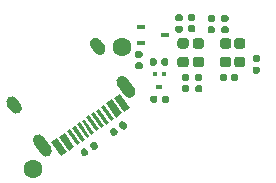
<source format=gbr>
%TF.GenerationSoftware,KiCad,Pcbnew,(5.1.6)-1*%
%TF.CreationDate,2020-12-05T12:07:26+01:00*%
%TF.ProjectId,bose-usb-c,626f7365-2d75-4736-922d-632e6b696361,Rev 1*%
%TF.SameCoordinates,Original*%
%TF.FileFunction,Soldermask,Bot*%
%TF.FilePolarity,Negative*%
%FSLAX46Y46*%
G04 Gerber Fmt 4.6, Leading zero omitted, Abs format (unit mm)*
G04 Created by KiCad (PCBNEW (5.1.6)-1) date 2020-12-05 12:07:26*
%MOMM*%
%LPD*%
G01*
G04 APERTURE LIST*
%ADD10R,0.700000X0.450000*%
%ADD11C,1.600000*%
%ADD12R,0.500000X0.450000*%
%ADD13R,0.400000X0.450000*%
%ADD14C,0.100000*%
G04 APERTURE END LIST*
D10*
%TO.C,D5*%
X79197774Y-60954483D03*
X77197774Y-60304483D03*
X77197774Y-61604483D03*
%TD*%
D11*
%TO.C,H1*%
X68057773Y-72314486D03*
%TD*%
%TO.C,H2*%
X75577773Y-62004487D03*
%TD*%
%TO.C,R13*%
G36*
G01*
X75507369Y-68929263D02*
X75309485Y-68646656D01*
G75*
G02*
X75345707Y-68441228I120825J84603D01*
G01*
X75587357Y-68272023D01*
G75*
G02*
X75792785Y-68308245I84603J-120825D01*
G01*
X75990669Y-68590852D01*
G75*
G02*
X75954447Y-68796280I-120825J-84603D01*
G01*
X75712797Y-68965485D01*
G75*
G02*
X75507369Y-68929263I-84603J120825D01*
G01*
G37*
G36*
G01*
X74712791Y-69485633D02*
X74514907Y-69203026D01*
G75*
G02*
X74551129Y-68997598I120825J84603D01*
G01*
X74792779Y-68828393D01*
G75*
G02*
X74998207Y-68864615I84603J-120825D01*
G01*
X75196091Y-69147222D01*
G75*
G02*
X75159869Y-69352650I-120825J-84603D01*
G01*
X74918219Y-69521855D01*
G75*
G02*
X74712791Y-69485633I-84603J120825D01*
G01*
G37*
%TD*%
%TO.C,R12*%
G36*
G01*
X72526824Y-70582890D02*
X72724708Y-70865497D01*
G75*
G02*
X72688486Y-71070925I-120825J-84603D01*
G01*
X72446836Y-71240130D01*
G75*
G02*
X72241408Y-71203908I-84603J120825D01*
G01*
X72043524Y-70921301D01*
G75*
G02*
X72079746Y-70715873I120825J84603D01*
G01*
X72321396Y-70546668D01*
G75*
G02*
X72526824Y-70582890I84603J-120825D01*
G01*
G37*
G36*
G01*
X73321402Y-70026520D02*
X73519286Y-70309127D01*
G75*
G02*
X73483064Y-70514555I-120825J-84603D01*
G01*
X73241414Y-70683760D01*
G75*
G02*
X73035986Y-70647538I-84603J120825D01*
G01*
X72838102Y-70364931D01*
G75*
G02*
X72874324Y-70159503I120825J84603D01*
G01*
X73115974Y-69990298D01*
G75*
G02*
X73321402Y-70026520I84603J-120825D01*
G01*
G37*
%TD*%
%TO.C,R11*%
G36*
G01*
X77160274Y-62894483D02*
X76815274Y-62894483D01*
G75*
G02*
X76667774Y-62746983I0J147500D01*
G01*
X76667774Y-62451983D01*
G75*
G02*
X76815274Y-62304483I147500J0D01*
G01*
X77160274Y-62304483D01*
G75*
G02*
X77307774Y-62451983I0J-147500D01*
G01*
X77307774Y-62746983D01*
G75*
G02*
X77160274Y-62894483I-147500J0D01*
G01*
G37*
G36*
G01*
X77160274Y-63864483D02*
X76815274Y-63864483D01*
G75*
G02*
X76667774Y-63716983I0J147500D01*
G01*
X76667774Y-63421983D01*
G75*
G02*
X76815274Y-63274483I147500J0D01*
G01*
X77160274Y-63274483D01*
G75*
G02*
X77307774Y-63421983I0J-147500D01*
G01*
X77307774Y-63716983D01*
G75*
G02*
X77160274Y-63864483I-147500J0D01*
G01*
G37*
%TD*%
%TO.C,R10*%
G36*
G01*
X84427771Y-64371985D02*
X84427771Y-64716985D01*
G75*
G02*
X84280271Y-64864485I-147500J0D01*
G01*
X83985271Y-64864485D01*
G75*
G02*
X83837771Y-64716985I0J147500D01*
G01*
X83837771Y-64371985D01*
G75*
G02*
X83985271Y-64224485I147500J0D01*
G01*
X84280271Y-64224485D01*
G75*
G02*
X84427771Y-64371985I0J-147500D01*
G01*
G37*
G36*
G01*
X85397771Y-64371985D02*
X85397771Y-64716985D01*
G75*
G02*
X85250271Y-64864485I-147500J0D01*
G01*
X84955271Y-64864485D01*
G75*
G02*
X84807771Y-64716985I0J147500D01*
G01*
X84807771Y-64371985D01*
G75*
G02*
X84955271Y-64224485I147500J0D01*
G01*
X85250271Y-64224485D01*
G75*
G02*
X85397771Y-64371985I0J-147500D01*
G01*
G37*
%TD*%
%TO.C,R9*%
G36*
G01*
X82945272Y-60224485D02*
X83290272Y-60224485D01*
G75*
G02*
X83437772Y-60371985I0J-147500D01*
G01*
X83437772Y-60666985D01*
G75*
G02*
X83290272Y-60814485I-147500J0D01*
G01*
X82945272Y-60814485D01*
G75*
G02*
X82797772Y-60666985I0J147500D01*
G01*
X82797772Y-60371985D01*
G75*
G02*
X82945272Y-60224485I147500J0D01*
G01*
G37*
G36*
G01*
X82945272Y-59254485D02*
X83290272Y-59254485D01*
G75*
G02*
X83437772Y-59401985I0J-147500D01*
G01*
X83437772Y-59696985D01*
G75*
G02*
X83290272Y-59844485I-147500J0D01*
G01*
X82945272Y-59844485D01*
G75*
G02*
X82797772Y-59696985I0J147500D01*
G01*
X82797772Y-59401985D01*
G75*
G02*
X82945272Y-59254485I147500J0D01*
G01*
G37*
%TD*%
%TO.C,R8*%
G36*
G01*
X80755272Y-65194485D02*
X81100272Y-65194485D01*
G75*
G02*
X81247772Y-65341985I0J-147500D01*
G01*
X81247772Y-65636985D01*
G75*
G02*
X81100272Y-65784485I-147500J0D01*
G01*
X80755272Y-65784485D01*
G75*
G02*
X80607772Y-65636985I0J147500D01*
G01*
X80607772Y-65341985D01*
G75*
G02*
X80755272Y-65194485I147500J0D01*
G01*
G37*
G36*
G01*
X80755272Y-64224485D02*
X81100272Y-64224485D01*
G75*
G02*
X81247772Y-64371985I0J-147500D01*
G01*
X81247772Y-64666985D01*
G75*
G02*
X81100272Y-64814485I-147500J0D01*
G01*
X80755272Y-64814485D01*
G75*
G02*
X80607772Y-64666985I0J147500D01*
G01*
X80607772Y-64371985D01*
G75*
G02*
X80755272Y-64224485I147500J0D01*
G01*
G37*
%TD*%
%TO.C,R7*%
G36*
G01*
X80550273Y-59804483D02*
X80205273Y-59804483D01*
G75*
G02*
X80057773Y-59656983I0J147500D01*
G01*
X80057773Y-59361983D01*
G75*
G02*
X80205273Y-59214483I147500J0D01*
G01*
X80550273Y-59214483D01*
G75*
G02*
X80697773Y-59361983I0J-147500D01*
G01*
X80697773Y-59656983D01*
G75*
G02*
X80550273Y-59804483I-147500J0D01*
G01*
G37*
G36*
G01*
X80550273Y-60774483D02*
X80205273Y-60774483D01*
G75*
G02*
X80057773Y-60626983I0J147500D01*
G01*
X80057773Y-60331983D01*
G75*
G02*
X80205273Y-60184483I147500J0D01*
G01*
X80550273Y-60184483D01*
G75*
G02*
X80697773Y-60331983I0J-147500D01*
G01*
X80697773Y-60626983D01*
G75*
G02*
X80550273Y-60774483I-147500J0D01*
G01*
G37*
%TD*%
%TO.C,R6*%
G36*
G01*
X78887773Y-63406985D02*
X78887773Y-63061985D01*
G75*
G02*
X79035273Y-62914485I147500J0D01*
G01*
X79330273Y-62914485D01*
G75*
G02*
X79477773Y-63061985I0J-147500D01*
G01*
X79477773Y-63406985D01*
G75*
G02*
X79330273Y-63554485I-147500J0D01*
G01*
X79035273Y-63554485D01*
G75*
G02*
X78887773Y-63406985I0J147500D01*
G01*
G37*
G36*
G01*
X77917773Y-63406985D02*
X77917773Y-63061985D01*
G75*
G02*
X78065273Y-62914485I147500J0D01*
G01*
X78360273Y-62914485D01*
G75*
G02*
X78507773Y-63061985I0J-147500D01*
G01*
X78507773Y-63406985D01*
G75*
G02*
X78360273Y-63554485I-147500J0D01*
G01*
X78065273Y-63554485D01*
G75*
G02*
X77917773Y-63406985I0J147500D01*
G01*
G37*
%TD*%
%TO.C,R5*%
G36*
G01*
X78557771Y-66231983D02*
X78557771Y-66576983D01*
G75*
G02*
X78410271Y-66724483I-147500J0D01*
G01*
X78115271Y-66724483D01*
G75*
G02*
X77967771Y-66576983I0J147500D01*
G01*
X77967771Y-66231983D01*
G75*
G02*
X78115271Y-66084483I147500J0D01*
G01*
X78410271Y-66084483D01*
G75*
G02*
X78557771Y-66231983I0J-147500D01*
G01*
G37*
G36*
G01*
X79527771Y-66231983D02*
X79527771Y-66576983D01*
G75*
G02*
X79380271Y-66724483I-147500J0D01*
G01*
X79085271Y-66724483D01*
G75*
G02*
X78937771Y-66576983I0J147500D01*
G01*
X78937771Y-66231983D01*
G75*
G02*
X79085271Y-66084483I147500J0D01*
G01*
X79380271Y-66084483D01*
G75*
G02*
X79527771Y-66231983I0J-147500D01*
G01*
G37*
%TD*%
%TO.C,R4*%
G36*
G01*
X87110271Y-63244482D02*
X86765271Y-63244482D01*
G75*
G02*
X86617771Y-63096982I0J147500D01*
G01*
X86617771Y-62801982D01*
G75*
G02*
X86765271Y-62654482I147500J0D01*
G01*
X87110271Y-62654482D01*
G75*
G02*
X87257771Y-62801982I0J-147500D01*
G01*
X87257771Y-63096982D01*
G75*
G02*
X87110271Y-63244482I-147500J0D01*
G01*
G37*
G36*
G01*
X87110271Y-64214482D02*
X86765271Y-64214482D01*
G75*
G02*
X86617771Y-64066982I0J147500D01*
G01*
X86617771Y-63771982D01*
G75*
G02*
X86765271Y-63624482I147500J0D01*
G01*
X87110271Y-63624482D01*
G75*
G02*
X87257771Y-63771982I0J-147500D01*
G01*
X87257771Y-64066982D01*
G75*
G02*
X87110271Y-64214482I-147500J0D01*
G01*
G37*
%TD*%
%TO.C,R3*%
G36*
G01*
X84440273Y-59844485D02*
X84095273Y-59844485D01*
G75*
G02*
X83947773Y-59696985I0J147500D01*
G01*
X83947773Y-59401985D01*
G75*
G02*
X84095273Y-59254485I147500J0D01*
G01*
X84440273Y-59254485D01*
G75*
G02*
X84587773Y-59401985I0J-147500D01*
G01*
X84587773Y-59696985D01*
G75*
G02*
X84440273Y-59844485I-147500J0D01*
G01*
G37*
G36*
G01*
X84440273Y-60814485D02*
X84095273Y-60814485D01*
G75*
G02*
X83947773Y-60666985I0J147500D01*
G01*
X83947773Y-60371985D01*
G75*
G02*
X84095273Y-60224485I147500J0D01*
G01*
X84440273Y-60224485D01*
G75*
G02*
X84587773Y-60371985I0J-147500D01*
G01*
X84587773Y-60666985D01*
G75*
G02*
X84440273Y-60814485I-147500J0D01*
G01*
G37*
%TD*%
%TO.C,R2*%
G36*
G01*
X81875272Y-65224486D02*
X82220272Y-65224486D01*
G75*
G02*
X82367772Y-65371986I0J-147500D01*
G01*
X82367772Y-65666986D01*
G75*
G02*
X82220272Y-65814486I-147500J0D01*
G01*
X81875272Y-65814486D01*
G75*
G02*
X81727772Y-65666986I0J147500D01*
G01*
X81727772Y-65371986D01*
G75*
G02*
X81875272Y-65224486I147500J0D01*
G01*
G37*
G36*
G01*
X81875272Y-64254486D02*
X82220272Y-64254486D01*
G75*
G02*
X82367772Y-64401986I0J-147500D01*
G01*
X82367772Y-64696986D01*
G75*
G02*
X82220272Y-64844486I-147500J0D01*
G01*
X81875272Y-64844486D01*
G75*
G02*
X81727772Y-64696986I0J147500D01*
G01*
X81727772Y-64401986D01*
G75*
G02*
X81875272Y-64254486I147500J0D01*
G01*
G37*
%TD*%
%TO.C,R1*%
G36*
G01*
X81630272Y-59754483D02*
X81285272Y-59754483D01*
G75*
G02*
X81137772Y-59606983I0J147500D01*
G01*
X81137772Y-59311983D01*
G75*
G02*
X81285272Y-59164483I147500J0D01*
G01*
X81630272Y-59164483D01*
G75*
G02*
X81777772Y-59311983I0J-147500D01*
G01*
X81777772Y-59606983D01*
G75*
G02*
X81630272Y-59754483I-147500J0D01*
G01*
G37*
G36*
G01*
X81630272Y-60724483D02*
X81285272Y-60724483D01*
G75*
G02*
X81137772Y-60576983I0J147500D01*
G01*
X81137772Y-60281983D01*
G75*
G02*
X81285272Y-60134483I147500J0D01*
G01*
X81630272Y-60134483D01*
G75*
G02*
X81777772Y-60281983I0J-147500D01*
G01*
X81777772Y-60576983D01*
G75*
G02*
X81630272Y-60724483I-147500J0D01*
G01*
G37*
%TD*%
D12*
%TO.C,Q1*%
X78727773Y-65379482D03*
D13*
X79127773Y-64229482D03*
X78327773Y-64229482D03*
%TD*%
%TO.C,D4*%
G36*
G01*
X85784024Y-63679484D02*
X85271524Y-63679484D01*
G75*
G02*
X85052774Y-63460734I0J218750D01*
G01*
X85052774Y-63023234D01*
G75*
G02*
X85271524Y-62804484I218750J0D01*
G01*
X85784024Y-62804484D01*
G75*
G02*
X86002774Y-63023234I0J-218750D01*
G01*
X86002774Y-63460734D01*
G75*
G02*
X85784024Y-63679484I-218750J0D01*
G01*
G37*
G36*
G01*
X85784024Y-62104484D02*
X85271524Y-62104484D01*
G75*
G02*
X85052774Y-61885734I0J218750D01*
G01*
X85052774Y-61448234D01*
G75*
G02*
X85271524Y-61229484I218750J0D01*
G01*
X85784024Y-61229484D01*
G75*
G02*
X86002774Y-61448234I0J-218750D01*
G01*
X86002774Y-61885734D01*
G75*
G02*
X85784024Y-62104484I-218750J0D01*
G01*
G37*
%TD*%
%TO.C,D3*%
G36*
G01*
X84071523Y-61229484D02*
X84584023Y-61229484D01*
G75*
G02*
X84802773Y-61448234I0J-218750D01*
G01*
X84802773Y-61885734D01*
G75*
G02*
X84584023Y-62104484I-218750J0D01*
G01*
X84071523Y-62104484D01*
G75*
G02*
X83852773Y-61885734I0J218750D01*
G01*
X83852773Y-61448234D01*
G75*
G02*
X84071523Y-61229484I218750J0D01*
G01*
G37*
G36*
G01*
X84071523Y-62804484D02*
X84584023Y-62804484D01*
G75*
G02*
X84802773Y-63023234I0J-218750D01*
G01*
X84802773Y-63460734D01*
G75*
G02*
X84584023Y-63679484I-218750J0D01*
G01*
X84071523Y-63679484D01*
G75*
G02*
X83852773Y-63460734I0J218750D01*
G01*
X83852773Y-63023234D01*
G75*
G02*
X84071523Y-62804484I218750J0D01*
G01*
G37*
%TD*%
%TO.C,D2*%
G36*
G01*
X82284023Y-63679485D02*
X81771523Y-63679485D01*
G75*
G02*
X81552773Y-63460735I0J218750D01*
G01*
X81552773Y-63023235D01*
G75*
G02*
X81771523Y-62804485I218750J0D01*
G01*
X82284023Y-62804485D01*
G75*
G02*
X82502773Y-63023235I0J-218750D01*
G01*
X82502773Y-63460735D01*
G75*
G02*
X82284023Y-63679485I-218750J0D01*
G01*
G37*
G36*
G01*
X82284023Y-62104485D02*
X81771523Y-62104485D01*
G75*
G02*
X81552773Y-61885735I0J218750D01*
G01*
X81552773Y-61448235D01*
G75*
G02*
X81771523Y-61229485I218750J0D01*
G01*
X82284023Y-61229485D01*
G75*
G02*
X82502773Y-61448235I0J-218750D01*
G01*
X82502773Y-61885735D01*
G75*
G02*
X82284023Y-62104485I-218750J0D01*
G01*
G37*
%TD*%
%TO.C,D1*%
G36*
G01*
X80471523Y-61229484D02*
X80984023Y-61229484D01*
G75*
G02*
X81202773Y-61448234I0J-218750D01*
G01*
X81202773Y-61885734D01*
G75*
G02*
X80984023Y-62104484I-218750J0D01*
G01*
X80471523Y-62104484D01*
G75*
G02*
X80252773Y-61885734I0J218750D01*
G01*
X80252773Y-61448234D01*
G75*
G02*
X80471523Y-61229484I218750J0D01*
G01*
G37*
G36*
G01*
X80471523Y-62804484D02*
X80984023Y-62804484D01*
G75*
G02*
X81202773Y-63023234I0J-218750D01*
G01*
X81202773Y-63460734D01*
G75*
G02*
X80984023Y-63679484I-218750J0D01*
G01*
X80471523Y-63679484D01*
G75*
G02*
X80252773Y-63460734I0J218750D01*
G01*
X80252773Y-63023234D01*
G75*
G02*
X80471523Y-62804484I218750J0D01*
G01*
G37*
%TD*%
D14*
%TO.C,J2*%
G36*
X75710229Y-67479788D02*
G01*
X74878543Y-66292018D01*
X75370035Y-65947872D01*
X76201721Y-67135642D01*
X75710229Y-67479788D01*
G37*
G36*
X75054907Y-67938649D02*
G01*
X74223221Y-66750879D01*
X74714713Y-66406733D01*
X75546399Y-67594503D01*
X75054907Y-67938649D01*
G37*
G36*
X71041062Y-70749173D02*
G01*
X70209376Y-69561403D01*
X70700868Y-69217257D01*
X71532554Y-70405027D01*
X71041062Y-70749173D01*
G37*
G36*
X70385741Y-71208034D02*
G01*
X69554055Y-70020264D01*
X70045547Y-69676118D01*
X70877233Y-70863888D01*
X70385741Y-71208034D01*
G37*
G36*
X70385741Y-71208034D02*
G01*
X69554055Y-70020264D01*
X70045547Y-69676118D01*
X70877233Y-70863888D01*
X70385741Y-71208034D01*
G37*
G36*
X71041062Y-70749173D02*
G01*
X70209376Y-69561403D01*
X70700868Y-69217257D01*
X71532554Y-70405027D01*
X71041062Y-70749173D01*
G37*
G36*
X75054907Y-67938649D02*
G01*
X74223221Y-66750879D01*
X74714713Y-66406733D01*
X75546399Y-67594503D01*
X75054907Y-67938649D01*
G37*
G36*
X75710229Y-67479788D02*
G01*
X74878543Y-66292018D01*
X75370035Y-65947872D01*
X76201721Y-67135642D01*
X75710229Y-67479788D01*
G37*
G36*
X71737342Y-70261634D02*
G01*
X70905656Y-69073863D01*
X71151402Y-68901790D01*
X71983088Y-70089561D01*
X71737342Y-70261634D01*
G37*
G36*
X72146918Y-69974846D02*
G01*
X71315232Y-68787075D01*
X71560978Y-68615002D01*
X72392664Y-69802773D01*
X72146918Y-69974846D01*
G37*
G36*
X72556494Y-69688057D02*
G01*
X71724808Y-68500286D01*
X71970554Y-68328213D01*
X72802240Y-69515984D01*
X72556494Y-69688057D01*
G37*
G36*
X73375646Y-69114481D02*
G01*
X72543960Y-67926710D01*
X72789706Y-67754637D01*
X73621392Y-68942408D01*
X73375646Y-69114481D01*
G37*
G36*
X73785222Y-68827693D02*
G01*
X72953536Y-67639922D01*
X73199282Y-67467849D01*
X74030968Y-68655620D01*
X73785222Y-68827693D01*
G37*
G36*
X74194798Y-68540904D02*
G01*
X73363112Y-67353133D01*
X73608858Y-67181060D01*
X74440544Y-68368831D01*
X74194798Y-68540904D01*
G37*
G36*
X74604374Y-68254116D02*
G01*
X73772688Y-67066345D01*
X74018434Y-66894272D01*
X74850120Y-68082043D01*
X74604374Y-68254116D01*
G37*
G36*
X72966070Y-69401269D02*
G01*
X72134384Y-68213498D01*
X72380130Y-68041425D01*
X73211816Y-69229196D01*
X72966070Y-69401269D01*
G37*
G36*
G01*
X75797693Y-66087901D02*
X75166759Y-65186833D01*
G75*
G02*
X75289547Y-64490469I409576J286788D01*
G01*
X75289547Y-64490469D01*
G75*
G02*
X75985911Y-64613257I286788J-409576D01*
G01*
X76616845Y-65514325D01*
G75*
G02*
X76494057Y-66210689I-409576J-286788D01*
G01*
X76494057Y-66210689D01*
G75*
G02*
X75797693Y-66087901I-286788J409576D01*
G01*
G37*
G36*
G01*
X68720219Y-71043601D02*
X68089285Y-70142533D01*
G75*
G02*
X68212073Y-69446169I409576J286788D01*
G01*
X68212073Y-69446169D01*
G75*
G02*
X68908437Y-69568957I286788J-409576D01*
G01*
X69539371Y-70470025D01*
G75*
G02*
X69416583Y-71166389I-409576J-286788D01*
G01*
X69416583Y-71166389D01*
G75*
G02*
X68720219Y-71043601I-286788J409576D01*
G01*
G37*
G36*
G01*
X66179276Y-67414758D02*
X65835130Y-66923266D01*
G75*
G02*
X65957918Y-66226902I409576J286788D01*
G01*
X65957918Y-66226902D01*
G75*
G02*
X66654282Y-66349690I286788J-409576D01*
G01*
X66998428Y-66841182D01*
G75*
G02*
X66875640Y-67537546I-409576J-286788D01*
G01*
X66875640Y-67537546D01*
G75*
G02*
X66179276Y-67414758I-286788J409576D01*
G01*
G37*
G36*
G01*
X73256750Y-62459057D02*
X72912604Y-61967565D01*
G75*
G02*
X73035392Y-61271201I409576J286788D01*
G01*
X73035392Y-61271201D01*
G75*
G02*
X73731756Y-61393989I286788J-409576D01*
G01*
X74075902Y-61885481D01*
G75*
G02*
X73953114Y-62581845I-409576J-286788D01*
G01*
X73953114Y-62581845D01*
G75*
G02*
X73256750Y-62459057I-286788J409576D01*
G01*
G37*
%TD*%
M02*

</source>
